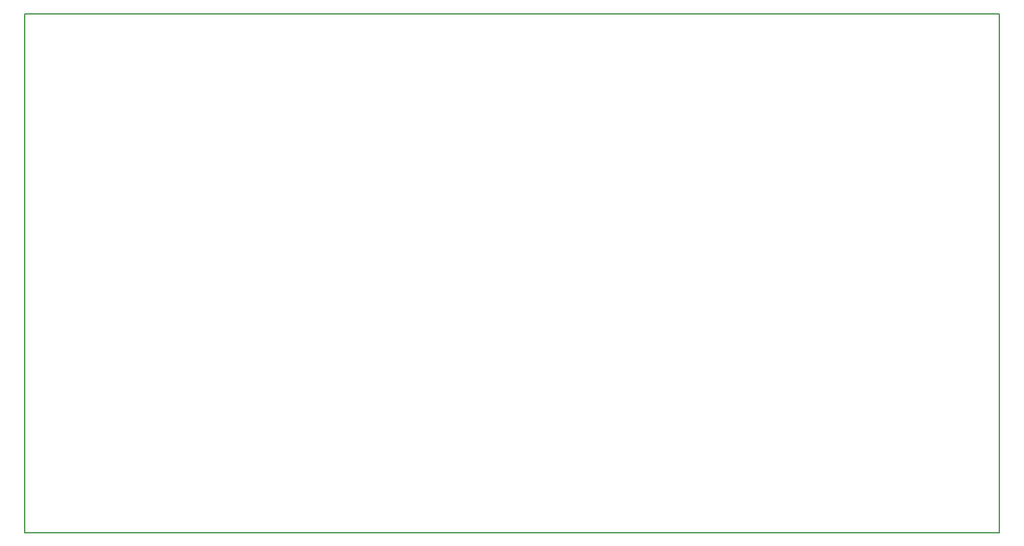
<source format=gbr>
G04 #@! TF.FileFunction,Profile,NP*
%FSLAX46Y46*%
G04 Gerber Fmt 4.6, Leading zero omitted, Abs format (unit mm)*
G04 Created by KiCad (PCBNEW 4.0.6+dfsg1-1) date Sun Mar 11 01:01:58 2018*
%MOMM*%
%LPD*%
G01*
G04 APERTURE LIST*
%ADD10C,0.100000*%
%ADD11C,0.150000*%
G04 APERTURE END LIST*
D10*
D11*
X104000000Y-36500000D02*
X234500000Y-36500000D01*
X104000000Y-106000000D02*
X104000000Y-36500000D01*
X234500000Y-106000000D02*
X104000000Y-106000000D01*
X234500000Y-36500000D02*
X234500000Y-106000000D01*
M02*

</source>
